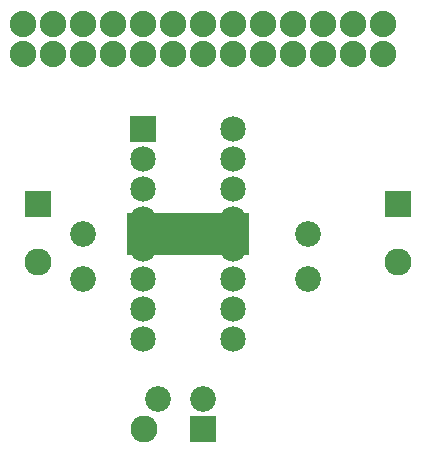
<source format=gbs>
G04 MADE WITH FRITZING*
G04 WWW.FRITZING.ORG*
G04 DOUBLE SIDED*
G04 HOLES PLATED*
G04 CONTOUR ON CENTER OF CONTOUR VECTOR*
%ASAXBY*%
%FSLAX23Y23*%
%MOIN*%
%OFA0B0*%
%SFA1.0B1.0*%
%ADD10C,0.085000*%
%ADD11C,0.088000*%
%ADD12C,0.085433*%
%ADD13C,0.090000*%
%ADD14R,0.085000X0.085000*%
%ADD15R,0.410000X0.139630*%
%ADD16R,0.090000X0.090000*%
%LNMASK0*%
G90*
G70*
G54D10*
X717Y1220D03*
X1017Y1220D03*
X717Y1120D03*
X1017Y1120D03*
X717Y1020D03*
X1017Y1020D03*
X717Y920D03*
X1017Y920D03*
X717Y820D03*
X1017Y820D03*
X717Y720D03*
X1017Y720D03*
X717Y620D03*
X1017Y620D03*
X717Y520D03*
X1017Y520D03*
G54D11*
X317Y1470D03*
X417Y1470D03*
X517Y1470D03*
X617Y1470D03*
X717Y1470D03*
X817Y1470D03*
X917Y1470D03*
X1017Y1470D03*
X1117Y1470D03*
X1217Y1470D03*
X1317Y1470D03*
X1417Y1470D03*
X1517Y1470D03*
X317Y1470D03*
X417Y1470D03*
X517Y1470D03*
X617Y1470D03*
X717Y1470D03*
X817Y1470D03*
X917Y1470D03*
X1017Y1470D03*
X1117Y1470D03*
X1217Y1470D03*
X1317Y1470D03*
X1417Y1470D03*
X1517Y1470D03*
X1517Y1570D03*
X1417Y1570D03*
X1317Y1570D03*
X1217Y1570D03*
X1117Y1570D03*
X1017Y1570D03*
X917Y1570D03*
X817Y1570D03*
X717Y1570D03*
X617Y1570D03*
X517Y1570D03*
X417Y1570D03*
X317Y1570D03*
G54D12*
X1267Y870D03*
X1267Y720D03*
X517Y870D03*
X517Y720D03*
X767Y320D03*
X917Y320D03*
G54D13*
X1567Y970D03*
X1567Y774D03*
X1567Y970D03*
X1567Y774D03*
X367Y970D03*
X367Y774D03*
X367Y970D03*
X367Y774D03*
X917Y220D03*
X720Y220D03*
X917Y220D03*
X720Y220D03*
G54D14*
X717Y1220D03*
G54D15*
X867Y870D03*
G54D16*
X1567Y970D03*
X1567Y970D03*
X367Y970D03*
X367Y970D03*
X917Y220D03*
X917Y220D03*
G04 End of Mask0*
M02*
</source>
